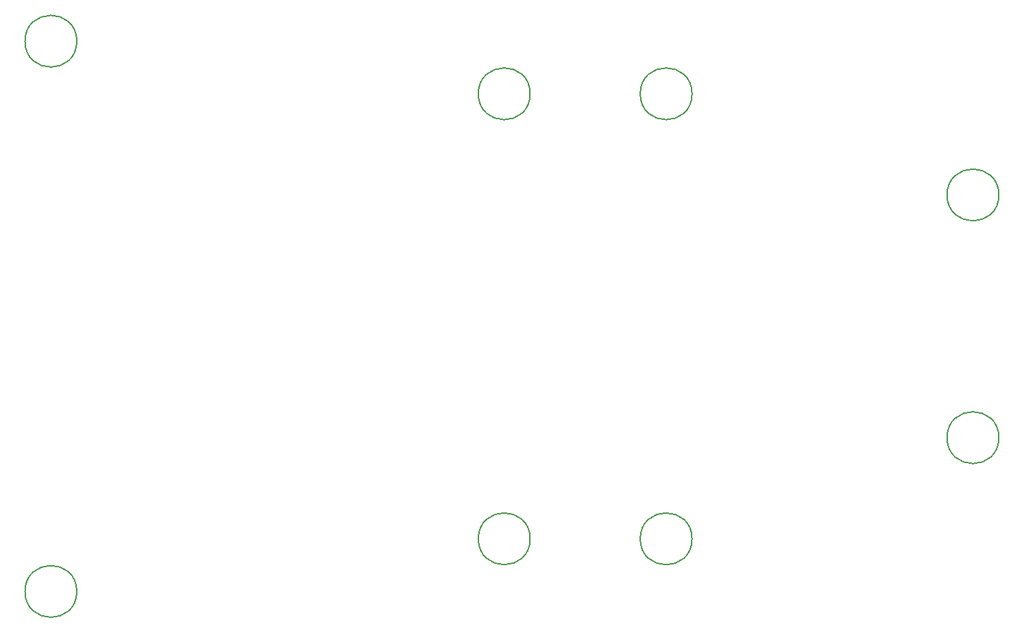
<source format=gbr>
%TF.GenerationSoftware,KiCad,Pcbnew,7.0.9*%
%TF.CreationDate,2025-02-06T15:14:37+09:00*%
%TF.ProjectId,01-MAIN,30312d4d-4149-44e2-9e6b-696361645f70,rev?*%
%TF.SameCoordinates,Original*%
%TF.FileFunction,Other,Comment*%
%FSLAX46Y46*%
G04 Gerber Fmt 4.6, Leading zero omitted, Abs format (unit mm)*
G04 Created by KiCad (PCBNEW 7.0.9) date 2025-02-06 15:14:37*
%MOMM*%
%LPD*%
G01*
G04 APERTURE LIST*
%ADD10C,0.150000*%
G04 APERTURE END LIST*
D10*
%TO.C,H4*%
X133200000Y-127500000D02*
G75*
G03*
X133200000Y-127500000I-3200000J0D01*
G01*
%TO.C,REF\u002A\u002A*%
X77200000Y-134000000D02*
G75*
G03*
X77200000Y-134000000I-3200000J0D01*
G01*
X191100000Y-115000000D02*
G75*
G03*
X191100000Y-115000000I-3200000J0D01*
G01*
X191100000Y-85000000D02*
G75*
G03*
X191100000Y-85000000I-3200000J0D01*
G01*
%TO.C,H2*%
X153200000Y-72500000D02*
G75*
G03*
X153200000Y-72500000I-3200000J0D01*
G01*
%TO.C,H3*%
X133200000Y-72500000D02*
G75*
G03*
X133200000Y-72500000I-3200000J0D01*
G01*
%TO.C,REF\u002A\u002A*%
X77200000Y-66000000D02*
G75*
G03*
X77200000Y-66000000I-3200000J0D01*
G01*
%TO.C,H1*%
X153200000Y-127500000D02*
G75*
G03*
X153200000Y-127500000I-3200000J0D01*
G01*
%TD*%
M02*

</source>
